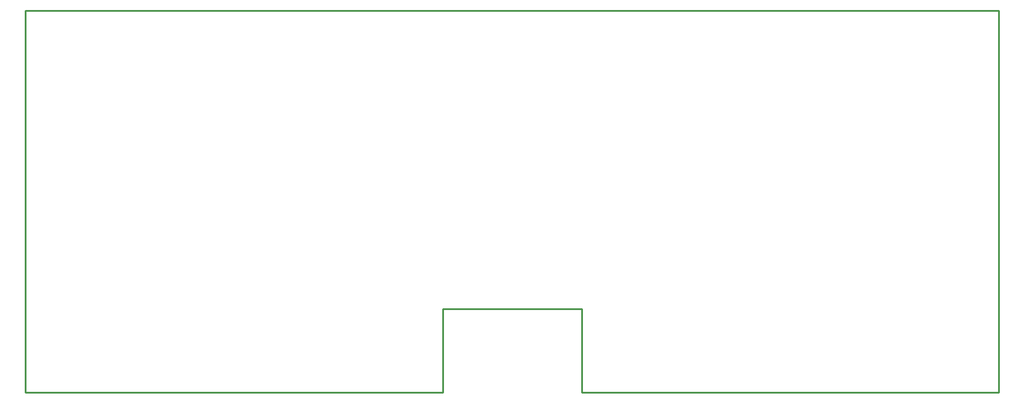
<source format=gko>
G04 Layer_Color=16711935*
%FSLAX42Y42*%
%MOMM*%
G71*
G01*
G75*
%ADD28C,0.25*%
D28*
X0Y0D02*
Y5500D01*
X8000Y0D02*
X14000D01*
X0D02*
X6000D01*
X8000D02*
Y1200D01*
X6000D02*
X8000D01*
X6000Y0D02*
Y1200D01*
X0Y5500D02*
X14000D01*
Y0D02*
Y5500D01*
M02*

</source>
